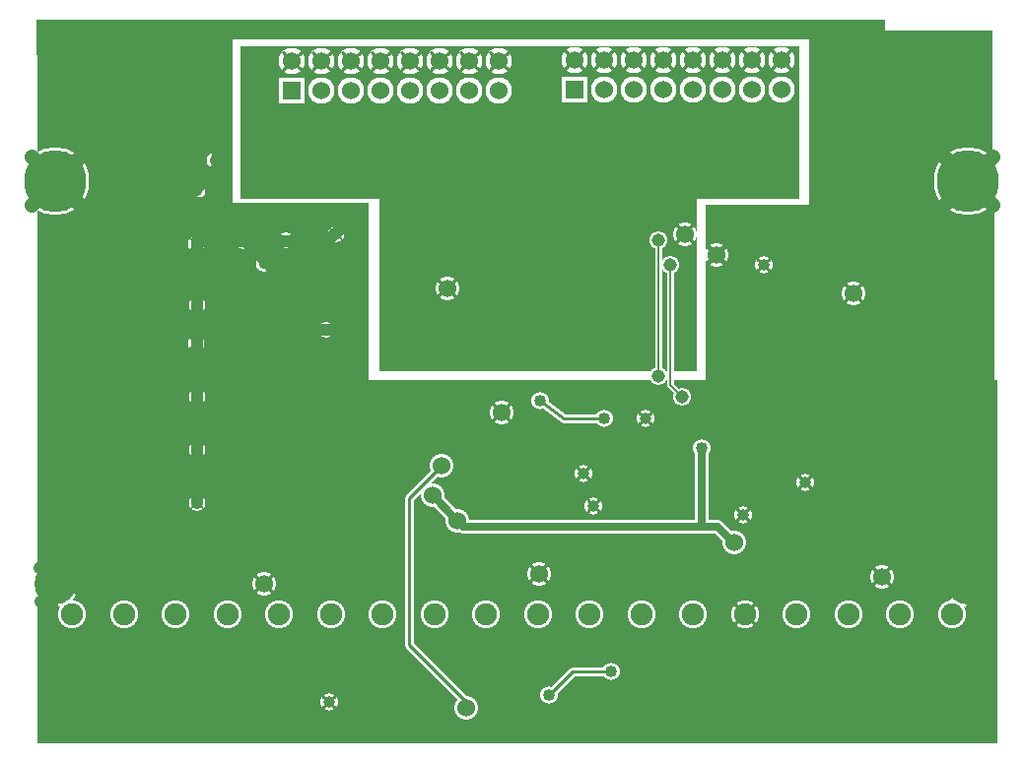
<source format=gbr>
G04 Title: RX Daughterboard, layergroup #2 *
G04 Creator: pcb-bin 1.99p *
G04 CreationDate: Tue 01 Mar 2005 01:13:31 AM GMT UTC *
G04 For: matt *
G04 Format: Gerber/RS-274X *
G04 PCB-Dimensions: 330000 250000 *
G04 PCB-Coordinate-Origin: lower left *
%MOIN*%
%FSLAX24Y24*%
G04 contains layers component (3) *
%IPPOS*%
%ADD11C,0.0400*%
%ADD12C,0.0250*%
%ADD13C,0.0450*%
%ADD14C,0.0080*%
%ADD15C,0.0280*%
%ADD16C,0.0100*%
%ADD17C,0.0300*%
%ADD18C,0.0600*%
%ADD19C,0.0240*%
%ADD20R,0.0240X0.0240*%
%ADD21R,0.0440X0.0440*%
%ADD22R,0.0300X0.0300*%
%ADD23C,0.0060*%
%ADD24R,0.0480X0.0480*%
%ADD25R,0.0680X0.0680*%
%ADD26R,0.0540X0.0540*%
%ADD27R,0.0970X0.0970*%
%ADD28R,0.1170X0.1170*%
%ADD29R,0.1030X0.1030*%
%ADD30C,0.0200*%
%ADD31R,0.0560X0.0560*%
%ADD32R,0.0860X0.0860*%
%ADD33R,0.0620X0.0620*%
%ADD34R,0.1220X0.1220*%
%ADD35R,0.1520X0.1520*%
%ADD36R,0.1280X0.1280*%
%ADD37R,0.0340X0.0340*%
%ADD38R,0.0640X0.0640*%
%ADD39R,0.0400X0.0400*%
%ADD40R,0.0200X0.0200*%
%ADD41C,0.0720*%
%ADD42C,0.0920X0.0720*%
%ADD43C,0.0920*%
%ADD44C,0.0340*%
%ADD45R,0.0600X0.0600*%
%ADD46R,0.0660X0.0660*%
%ADD47R,0.0900X0.0900X0.0600X0.0600*%
%ADD48R,0.0900X0.0900*%
%ADD49C,0.0660*%
%AMTHERM1*7,0,0,0.0900,0.0600,0.0100,45*%
%ADD50THERM1*%
%ADD51C,0.0900X0.0600*%
%ADD52C,0.0900*%
%ADD53C,0.0500*%
%ADD54R,0.0500X0.0500*%
%ADD55C,0.0750*%
%ADD56C,0.0810*%
%ADD57C,0.0950X0.0750*%
%ADD58C,0.0950*%
%ADD59C,0.0125*%
%AMTHERM2*7,0,0,0.0950,0.0750,0.0125,45*%
%ADD60THERM2*%
%ADD61C,0.1400*%
%ADD62C,0.1460*%
%ADD63C,0.1600X0.1400*%
%ADD64C,0.1600*%
%ADD65C,0.2100*%
%ADD66C,0.2160*%
%AMTHERM3*7,0,0,0.2300,0.2100,0.0500,45*%
%ADD67THERM3*%
%ADD68C,0.2300X0.2100*%
%ADD69C,0.2300*%
%ADD70C,0.0150*%
%ADD71C,0.1320*%
%ADD72C,0.1100*%
%ADD73C,0.1520*%
%ADD74C,0.1520X0.1320*%
%ADD75C,0.0610*%
%ADD76C,0.0610X0.0450*%
%ADD77C,0.0160*%
%AMTHERM4*7,0,0,0.0800,0.0600,0.0160,45*%
%ADD78THERM4*%
%ADD79C,0.0800*%
%ADD80C,0.0800X0.0600*%
%AMTHERM5*7,0,0,0.0800,0.0600,0.0125,45*%
%ADD81THERM5*%
%AMTHERM6*7,0,0,0.0600,0.0400,0.0100,45*%
%ADD82THERM6*%
%ADD83C,0.0600X0.0400*%
%ADD84C,0.0360*%
%ADD85C,0.0560*%
%ADD86C,0.0560X0.0360*%
%AMTHERM7*7,0,0,0.0560,0.0360,0.0080,45*%
%ADD87THERM7*%
%LNGROUP_1*%
%LPD*%
G01X0Y0D02*
G54D16*G36*
X250Y25000D02*X6150D01*
Y23800D01*
X250D01*
Y25000D01*
G37*
G36*
X7150Y24100D02*X26050D01*
Y18950D01*
X7150D01*
Y24100D01*
G37*
G36*
X5450Y25000D02*X28950D01*
Y24350D01*
X5450D01*
Y25000D01*
G37*
G36*
X6550Y12600D02*X11500D01*
Y18800D01*
X6550D01*
Y12600D01*
G37*
G36*
X22900Y12650D02*X32650D01*
Y18750D01*
X22900D01*
Y12650D01*
G37*
G36*
X4450Y500D02*X32750D01*
Y12800D01*
X4450D01*
Y500D01*
G37*
G36*
X26400Y24650D02*X32600D01*
Y18650D01*
X26400D01*
Y24650D01*
G37*
G36*
X300Y500D02*X6900D01*
Y24600D01*
X300D01*
Y500D01*
G37*
G36*
X11850Y13100D02*X22600D01*
Y20250D01*
X11850D01*
Y13100D01*
G37*
%LNCUTS*%
%LPC*%
G54D48*X18450Y22650D03*
G54D52*Y23650D03*
X19450Y22650D03*
X20450D03*
X21450D03*
X19450Y23650D03*
X20450D03*
X21450D03*
X22450D03*
X23450D03*
X24450D03*
X22450Y22650D03*
X23450D03*
X24450D03*
X25450D03*
Y23650D03*
G54D48*X8900Y22600D03*
G54D52*Y23600D03*
X9900Y22600D03*
X10900D03*
X11900D03*
X9900Y23600D03*
X10900D03*
X11900D03*
X12900D03*
X13900D03*
X14900D03*
X12900Y22600D03*
X13900D03*
X14900D03*
X15900D03*
Y23600D03*
G54D85*X10050Y14500D03*
X10400Y17750D03*
X7950Y16750D03*
X7250Y17500D03*
X8700Y17550D03*
G54D79*X23250Y17050D03*
G54D18*X24850Y16700D03*
G54D79*X27900Y15750D03*
G54D69*X31780Y19550D03*
G54D17*X17600Y2150D02*X18400Y2950D01*
X19700D01*
X17300Y12100D02*X18100Y11500D01*
X19450D01*
G54D19*X21700Y12650D02*Y16700D01*
X22100Y12250D02*X21700Y12650D01*
G54D13*X23300Y7850D02*X23800Y7350D01*
X22750Y7850D02*Y10500D01*
X13654Y8900D02*X14450Y8054D01*
X14400Y8150D02*X14450Y8000D01*
G54D17*X12850Y3850D02*Y8800D01*
X13950Y9900D01*
G54D13*X14500Y8050D02*X14700Y7850D01*
X23300D01*
G54D17*X14850Y1850D02*X12850Y3850D01*
G54D18*X17600Y2150D03*
X19700Y2950D03*
G54D79*X14800Y1700D03*
X17250Y6250D03*
X7950Y5900D03*
G54D18*X10150Y1900D03*
G54D85*X5700Y8650D03*
Y10450D03*
Y12250D03*
G54D79*X28850Y6150D03*
G54D75*X21300Y12950D03*
X22100Y12250D03*
G54D18*X20850Y11500D03*
G54D79*X16000Y11700D03*
G54D18*X18750Y9650D03*
G54D79*X13654Y8900D03*
G54D18*X22750Y10500D03*
X17300Y12100D03*
X19450Y11500D03*
G54D79*X13950Y9900D03*
X14500Y8050D03*
G54D18*X26250Y9350D03*
X24150Y8250D03*
X19100Y8550D03*
G54D79*X23850Y7300D03*
G54D58*X13720Y4870D03*
X15470D03*
X17220D03*
X18970D03*
X29470D03*
X24220D03*
X25970D03*
X20720D03*
X22470D03*
X27720D03*
X31220D03*
G54D64*X31780Y5890D03*
G54D58*X4970Y4870D03*
X6720D03*
X8470D03*
X10220D03*
X11970D03*
G54D69*X31780Y19550D03*
G54D18*X910Y5890D02*X850Y5950D01*
G54D85*X5700Y8650D03*
Y10450D03*
Y12250D03*
X5650Y14050D03*
X6300Y20250D03*
X5700Y15350D03*
X5650Y17400D03*
X5700Y19200D03*
G54D69*X910Y19550D03*
G54D58*X1470Y4870D03*
X3220D03*
X4970D03*
G54D64*X910Y5890D03*
G54D58*X6720Y4870D03*
G54D19*X21700Y12650D02*Y16700D01*
X21300Y12950D02*Y17600D01*
G54D75*Y12950D03*
X21700Y16700D03*
X21300Y17550D03*
G54D79*X22200Y17750D03*
X14150Y15900D03*
%LNTRACKS*%
%LPD*%
G54D11*X6050Y18800D02*X8200Y16650D01*
X5200Y18800D02*X6050D01*
X6400Y20000D02*X5200Y18800D01*
X6400Y20700D02*Y20000D01*
X10700Y14500D02*X10800Y14600D01*
X9100Y14500D02*X10700D01*
X10550Y17950D02*Y18000D01*
X10100Y17500D02*X10550Y17950D01*
X5700Y17500D02*X10100D01*
X5700Y8650D02*Y17500D01*
G54D12*X22750Y7850D02*Y10500D01*
X23300Y7850D02*X23800Y7350D01*
X14700Y7850D02*X23300D01*
X14500Y8050D02*X14700Y7850D01*
G54D11*X1250Y6500D02*X1750Y6000D01*
X1250Y6550D02*Y6500D01*
X450Y6550D02*X1250D01*
X350Y6450D02*X450Y6550D01*
X910Y5890D02*X850Y5950D01*
G54D16*X12850Y8800D02*X13950Y9900D01*
X12850Y3850D02*Y8800D01*
X14850Y1850D02*X12850Y3850D01*
X18400Y2950D02*X19700D01*
X17600Y2150D02*X18400Y2950D01*
X18100Y11500D02*X19450D01*
X17300Y12100D02*X18100Y11500D01*
G54D11*X650Y5300D02*X800Y5150D01*
X32200Y5100D02*X31900D01*
X32500Y6200D02*Y5400D01*
X32200Y5100D01*
X31050Y6150D02*X31450Y6550D01*
Y6600D02*X32100D01*
X31450Y6550D02*Y6600D01*
X1750Y6000D02*X1700Y5950D01*
Y5700D01*
X32100Y6600D02*X32500Y6200D01*
X400Y5300D02*X650D01*
G54D12*X14400Y8150D02*X14450Y8000D01*
G54D11*X31050Y5550D02*Y6150D01*
G54D12*X13654Y8900D02*X14450Y8054D01*
G54D14*X22100Y12250D02*X21700Y12650D01*
X21300Y12950D02*Y17600D01*
X21700Y12650D02*Y16700D01*
G54D16*X14950Y9750D02*X14900Y9700D01*
G04 Text: COMPONENT *
G54D14*X26550Y22250D02*X26700D01*
X26500Y22300D02*X26550Y22250D01*
X26500Y22600D02*Y22300D01*
Y22600D02*X26550Y22650D01*
X26700D01*
X26820Y22600D02*Y22300D01*
Y22600D02*X26870Y22650D01*
X26970D01*
X27020Y22600D01*
Y22300D01*
X26970Y22250D02*X27020Y22300D01*
X26870Y22250D02*X26970D01*
X26820Y22300D02*X26870Y22250D01*
X27140Y22650D02*Y22250D01*
Y22650D02*X27290Y22500D01*
X27440Y22650D01*
Y22250D01*
X27610Y22650D02*Y22250D01*
X27560Y22650D02*X27760D01*
X27810Y22600D01*
Y22500D01*
X27760Y22450D02*X27810Y22500D01*
X27610Y22450D02*X27760D01*
X27930Y22600D02*Y22300D01*
Y22600D02*X27980Y22650D01*
X28080D01*
X28130Y22600D01*
Y22300D01*
X28080Y22250D02*X28130Y22300D01*
X27980Y22250D02*X28080D01*
X27930Y22300D02*X27980Y22250D01*
X28250Y22650D02*Y22250D01*
Y22650D02*Y22600D01*
X28500Y22350D01*
Y22650D02*Y22250D01*
X28620Y22450D02*X28770D01*
X28620Y22250D02*X28820D01*
X28620Y22650D02*Y22250D01*
Y22650D02*X28820D01*
X28940D02*Y22250D01*
Y22650D02*Y22600D01*
X29190Y22350D01*
Y22650D02*Y22250D01*
X29310Y22650D02*X29510D01*
X29410D02*Y22250D01*
G54D45*X8900Y22600D03*
G54D18*Y23600D03*
G54D16*X8585Y23915D02*X9215Y23285D01*
X8585D02*X9215Y23915D01*
G54D18*X9900Y22600D03*
Y23600D03*
G54D16*X9585Y23915D02*X10215Y23285D01*
X9585D02*X10215Y23915D01*
G54D18*X10900Y22600D03*
Y23600D03*
G54D16*X10585Y23915D02*X11215Y23285D01*
X10585D02*X11215Y23915D01*
G54D18*X11900Y22600D03*
Y23600D03*
G54D16*X11585Y23915D02*X12215Y23285D01*
X11585D02*X12215Y23915D01*
G54D18*X12900Y22600D03*
Y23600D03*
G54D16*X12585Y23915D02*X13215Y23285D01*
X12585D02*X13215Y23915D01*
G54D18*X13900Y22600D03*
Y23600D03*
G54D16*X13585Y23915D02*X14215Y23285D01*
X13585D02*X14215Y23915D01*
G54D18*X14900Y22600D03*
Y23600D03*
G54D16*X14585Y23915D02*X15215Y23285D01*
X14585D02*X15215Y23915D01*
G54D18*X15900Y22600D03*
Y23600D03*
G54D16*X15585Y23915D02*X16215Y23285D01*
X15585D02*X16215Y23915D01*
G54D45*X18450Y22650D03*
G54D18*Y23650D03*
G54D16*X18135Y23965D02*X18765Y23335D01*
X18135D02*X18765Y23965D01*
G54D18*X19450Y22650D03*
Y23650D03*
G54D16*X19135Y23965D02*X19765Y23335D01*
X19135D02*X19765Y23965D01*
G54D18*X20450Y22650D03*
Y23650D03*
G54D16*X20135Y23965D02*X20765Y23335D01*
X20135D02*X20765Y23965D01*
G54D18*X21450Y22650D03*
Y23650D03*
G54D16*X21135Y23965D02*X21765Y23335D01*
X21135D02*X21765Y23965D01*
G54D18*X22450Y22650D03*
Y23650D03*
G54D16*X22135Y23965D02*X22765Y23335D01*
X22135D02*X22765Y23965D01*
G54D18*X23450Y22650D03*
Y23650D03*
G54D16*X23135Y23965D02*X23765Y23335D01*
X23135D02*X23765Y23965D01*
G54D18*X24450Y22650D03*
Y23650D03*
G54D16*X24135Y23965D02*X24765Y23335D01*
X24135D02*X24765Y23965D01*
G54D18*X25450Y22650D03*
Y23650D03*
G54D16*X25135Y23965D02*X25765Y23335D01*
X25135D02*X25765Y23965D01*
G54D55*X1470Y4870D03*
X3220D03*
X4970D03*
X6720D03*
X8470D03*
X10220D03*
X11970D03*
X13720D03*
X15470D03*
X17220D03*
X18970D03*
X20720D03*
X22470D03*
X24220D03*
G54D59*X23887Y5202D02*X24552Y4537D01*
X23887D02*X24552Y5202D01*
G54D55*X25970Y4870D03*
X27720D03*
X29470D03*
X31220D03*
G54D61*X910Y5890D03*
G54D65*Y19550D03*
G54D53*X105Y20355D02*X1715Y18745D01*
X105D02*X1715Y20355D01*
G54D65*X31780Y19550D03*
G54D53*X30975Y20355D02*X32585Y18745D01*
X30975D02*X32585Y20355D01*
G54D61*X31780Y5890D03*
G54D13*X21300Y12950D03*
G54D18*X23250Y17050D03*
G54D77*X22970Y17330D02*X23530Y16770D01*
X22970D02*X23530Y17330D01*
G54D13*X21700Y16700D03*
X22100Y12250D03*
X21300Y17550D03*
G54D18*X7950Y5900D03*
G54D59*X7670Y6180D02*X8230Y5620D01*
X7670D02*X8230Y6180D01*
G54D18*X22200Y17750D03*
G54D59*X21920Y18030D02*X22480Y17470D01*
X21920D02*X22480Y18030D01*
G54D11*X10150Y1900D03*
G54D16*X9940Y2110D02*X10360Y1690D01*
X9940D02*X10360Y2110D01*
G54D11*X24850Y16700D03*
G54D16*X24640Y16910D02*X25060Y16490D01*
X24640D02*X25060Y16910D01*
G54D18*X27900Y15750D03*
G54D59*X27620Y16030D02*X28180Y15470D01*
X27620D02*X28180Y16030D01*
G54D11*X26250Y9350D03*
G54D16*X26040Y9560D02*X26460Y9140D01*
X26040D02*X26460Y9560D01*
G54D11*X24150Y8250D03*
G54D16*X23940Y8460D02*X24360Y8040D01*
X23940D02*X24360Y8460D01*
G54D11*X19100Y8550D03*
G54D16*X18890Y8760D02*X19310Y8340D01*
X18890D02*X19310Y8760D01*
G54D11*X20850Y11500D03*
G54D16*X20640Y11710D02*X21060Y11290D01*
X20640D02*X21060Y11710D01*
G54D18*X14150Y15900D03*
G54D59*X13870Y16180D02*X14430Y15620D01*
X13870D02*X14430Y16180D01*
G54D18*X16000Y11700D03*
G54D59*X15720Y11980D02*X16280Y11420D01*
X15720D02*X16280Y11980D01*
G54D11*X18750Y9650D03*
G54D16*X18540Y9860D02*X18960Y9440D01*
X18540D02*X18960Y9860D01*
G54D18*X28850Y6150D03*
G54D59*X28570Y6430D02*X29130Y5870D01*
X28570D02*X29130Y6430D01*
G54D18*X13654Y8900D03*
G54D11*X22750Y10500D03*
X17300Y12100D03*
X19450Y11500D03*
X17600Y2150D03*
X19700Y2950D03*
G54D18*X14800Y1700D03*
X13950Y9900D03*
X14500Y8050D03*
X17250Y6250D03*
G54D59*X16970Y6530D02*X17530Y5970D01*
X16970D02*X17530Y6530D01*
G54D84*X7950Y16750D03*
X5700Y8650D03*
G54D14*X5504Y8846D02*X5896Y8454D01*
X5504D02*X5896Y8846D01*
G54D84*X5700Y10450D03*
G54D14*X5504Y10646D02*X5896Y10254D01*
X5504D02*X5896Y10646D01*
G54D84*X5700Y12250D03*
G54D14*X5504Y12446D02*X5896Y12054D01*
X5504D02*X5896Y12446D01*
G54D84*X5650Y14050D03*
G54D14*X5454Y14246D02*X5846Y13854D01*
X5454D02*X5846Y14246D01*
G54D84*X5700Y15350D03*
G54D14*X5504Y15546D02*X5896Y15154D01*
X5504D02*X5896Y15546D01*
G54D84*X5650Y17400D03*
G54D14*X5454Y17596D02*X5846Y17204D01*
X5454D02*X5846Y17596D01*
G54D84*X7250Y17500D03*
G54D14*X7054Y17696D02*X7446Y17304D01*
X7054D02*X7446Y17696D01*
G54D84*X8700Y17550D03*
G54D14*X8504Y17746D02*X8896Y17354D01*
X8504D02*X8896Y17746D01*
G54D84*X10400Y17750D03*
G54D14*X10204Y17946D02*X10596Y17554D01*
X10204D02*X10596Y17946D01*
G54D84*X10050Y14500D03*
G54D14*X9854Y14696D02*X10246Y14304D01*
X9854D02*X10246Y14696D01*
G54D84*X5700Y19200D03*
X6300Y20250D03*
G54D18*X23850Y7300D03*
M02*

</source>
